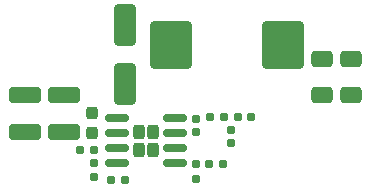
<source format=gbr>
%TF.GenerationSoftware,KiCad,Pcbnew,9.0.0*%
%TF.CreationDate,2025-04-05T15:37:09+05:30*%
%TF.ProjectId,Soldr_project,536f6c64-725f-4707-926f-6a6563742e6b,rev?*%
%TF.SameCoordinates,Original*%
%TF.FileFunction,Paste,Top*%
%TF.FilePolarity,Positive*%
%FSLAX46Y46*%
G04 Gerber Fmt 4.6, Leading zero omitted, Abs format (unit mm)*
G04 Created by KiCad (PCBNEW 9.0.0) date 2025-04-05 15:37:09*
%MOMM*%
%LPD*%
G01*
G04 APERTURE LIST*
G04 Aperture macros list*
%AMRoundRect*
0 Rectangle with rounded corners*
0 $1 Rounding radius*
0 $2 $3 $4 $5 $6 $7 $8 $9 X,Y pos of 4 corners*
0 Add a 4 corners polygon primitive as box body*
4,1,4,$2,$3,$4,$5,$6,$7,$8,$9,$2,$3,0*
0 Add four circle primitives for the rounded corners*
1,1,$1+$1,$2,$3*
1,1,$1+$1,$4,$5*
1,1,$1+$1,$6,$7*
1,1,$1+$1,$8,$9*
0 Add four rect primitives between the rounded corners*
20,1,$1+$1,$2,$3,$4,$5,0*
20,1,$1+$1,$4,$5,$6,$7,0*
20,1,$1+$1,$6,$7,$8,$9,0*
20,1,$1+$1,$8,$9,$2,$3,0*%
G04 Aperture macros list end*
%ADD10RoundRect,0.240000X-0.240000X-0.385000X0.240000X-0.385000X0.240000X0.385000X-0.240000X0.385000X0*%
%ADD11RoundRect,0.150000X-0.825000X-0.150000X0.825000X-0.150000X0.825000X0.150000X-0.825000X0.150000X0*%
%ADD12RoundRect,0.160000X-0.160000X0.197500X-0.160000X-0.197500X0.160000X-0.197500X0.160000X0.197500X0*%
%ADD13RoundRect,0.160000X0.197500X0.160000X-0.197500X0.160000X-0.197500X-0.160000X0.197500X-0.160000X0*%
%ADD14RoundRect,0.160000X-0.197500X-0.160000X0.197500X-0.160000X0.197500X0.160000X-0.197500X0.160000X0*%
%ADD15RoundRect,0.250002X-1.499998X-1.749998X1.499998X-1.749998X1.499998X1.749998X-1.499998X1.749998X0*%
%ADD16RoundRect,0.250000X-0.650000X1.500000X-0.650000X-1.500000X0.650000X-1.500000X0.650000X1.500000X0*%
%ADD17RoundRect,0.250000X-0.650000X0.412500X-0.650000X-0.412500X0.650000X-0.412500X0.650000X0.412500X0*%
%ADD18RoundRect,0.155000X-0.212500X-0.155000X0.212500X-0.155000X0.212500X0.155000X-0.212500X0.155000X0*%
%ADD19RoundRect,0.155000X0.155000X-0.212500X0.155000X0.212500X-0.155000X0.212500X-0.155000X-0.212500X0*%
%ADD20RoundRect,0.237500X0.237500X-0.300000X0.237500X0.300000X-0.237500X0.300000X-0.237500X-0.300000X0*%
%ADD21RoundRect,0.250000X1.100000X-0.412500X1.100000X0.412500X-1.100000X0.412500X-1.100000X-0.412500X0*%
G04 APERTURE END LIST*
D10*
%TO.C,U1*%
X128477500Y-94650000D03*
X128477500Y-96150000D03*
X129617500Y-94650000D03*
X129617500Y-96150000D03*
D11*
X126572500Y-93495000D03*
X126572500Y-94765000D03*
X126572500Y-96035000D03*
X126572500Y-97305000D03*
X131522500Y-97305000D03*
X131522500Y-96035000D03*
X131522500Y-94765000D03*
X131522500Y-93495000D03*
%TD*%
D12*
%TO.C,R8*%
X133300000Y-97402500D03*
X133300000Y-98597500D03*
%TD*%
D13*
%TO.C,R7*%
X135597500Y-97400000D03*
X134402500Y-97400000D03*
%TD*%
D14*
%TO.C,R6*%
X134502500Y-93400000D03*
X135697500Y-93400000D03*
%TD*%
%TO.C,R3*%
X126105000Y-98700000D03*
X127300000Y-98700000D03*
%TD*%
D12*
%TO.C,R2*%
X124700000Y-97302500D03*
X124700000Y-98497500D03*
%TD*%
D14*
%TO.C,R1*%
X123502500Y-96200000D03*
X124697500Y-96200000D03*
%TD*%
D15*
%TO.C,L1*%
X131150000Y-87300000D03*
X140650000Y-87300000D03*
%TD*%
D16*
%TO.C,D1*%
X127300000Y-85600000D03*
X127300000Y-90600000D03*
%TD*%
D17*
%TO.C,C8*%
X146400000Y-88437500D03*
X146400000Y-91562500D03*
%TD*%
%TO.C,C7*%
X144000000Y-88437500D03*
X144000000Y-91562500D03*
%TD*%
D18*
%TO.C,C6*%
X136832500Y-93400000D03*
X137967500Y-93400000D03*
%TD*%
D19*
%TO.C,C5*%
X136300000Y-95600000D03*
X136300000Y-94465000D03*
%TD*%
%TO.C,C4*%
X133300000Y-94667500D03*
X133300000Y-93532500D03*
%TD*%
D20*
%TO.C,C3*%
X124500000Y-94762500D03*
X124500000Y-93037500D03*
%TD*%
D21*
%TO.C,C2*%
X122100000Y-94662500D03*
X122100000Y-91537500D03*
%TD*%
%TO.C,C1*%
X118800000Y-94662500D03*
X118800000Y-91537500D03*
%TD*%
M02*

</source>
